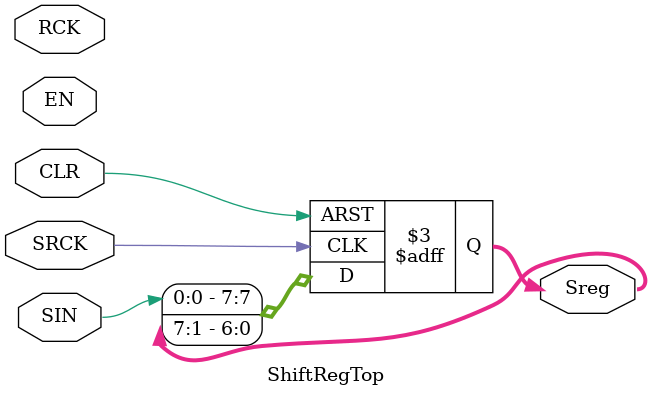
<source format=v>
`timescale 1ns / 1ps
module ShiftRegTop(
    input SIN,
    input SRCK,
    input RCK,
    input EN,
    input CLR,
    output reg [7:0] Sreg
    );
	
	//reg [7:0] POUT;
	//reg [7:0] Sreg;

always @(posedge SRCK or negedge CLR)
begin
	if(~CLR)
	begin
		Sreg[7:0] <= 8'b00000000;
	end
	//if(~EN) // if EN is low then shift
	else
	begin
		Sreg[7] <= SIN;
		Sreg[6] <= Sreg [7];
		Sreg[5] <= Sreg [6];
		Sreg[4] <= Sreg [5];
		Sreg[3] <= Sreg [4];
		Sreg[2] <= Sreg [3];
		Sreg[1] <= Sreg [2];
		Sreg[0] <= Sreg [1];
	end
end


//assign Led[7:0] = Sreg[7:0];

/*
always@(posedge RCK)
begin
	POUT[7:0] <= Sreg[7:0];
end
*/

endmodule
</source>
